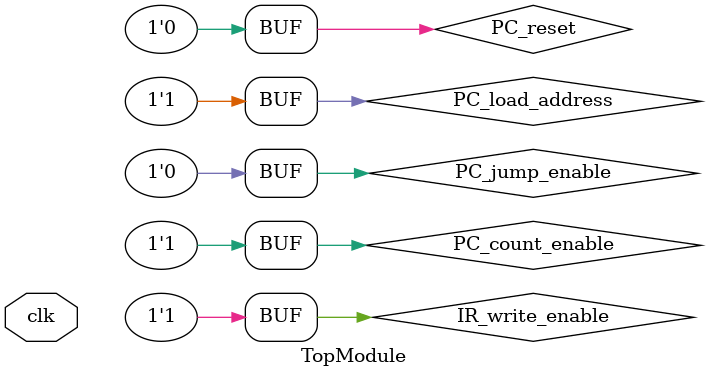
<source format=v>
`timescale 1ns / 1ps
module TopModule (clk);

// Top Module assembles all parts of processor together

parameter word_size = 16;
parameter high_impedance = 16'hzzzz;

/* Inputs */
// Clock regualtes working of all modules
input clk;

/* Main Buses */
// Buses responsible for primary data/address operations
wire [word_size-1 : 0] address_bus, data_bus, instruction_address, instruction_set;

/* Program Counter Wires */ 
wire [word_size-1 : 0] PC_jump_address;

reg PC_count_enable, PC_reset, PC_load_address, PC_jump_enable;

/* Memory Wires */
wire Memory_enable, Memory_write_enable;
wire [word_size-1 : 0] machine_code;

/* Instruction Register Wires */
reg IR_write_enable, IR_reset;
wire [word_size-1 : 0] pre_data;

/* ALU Wires */
wire carry, sign, zero, parity, equal, greater_than, ALU_reset, ALU_enable, ALU_mode;
wire [3 : 0] ALU_function;
wire [word_size-1 : 0] alu_1st_in, alu_R1_in;
wor [word_size-1 : 0] alu_2nd_in;

assign alu_2nd_in = alu_R1_in;
assign alu_2nd_in = data_bus; 

/* GPR Wires */
wire GPR_enable, GPR_alu2in_enable, GPR_acc_enable;
wire [2 : 0] GPR_mode, GPR_src_addr, GPR_dst_addr;
wire [word_size-1 : 0] GPR_acc_input;

/* Flag Register Wires */
wire FR_reset, parity_flag, equal_flag, greater_than_flag, sign_flag, zero_flag, carry_flag;

initial begin
	PC_reset = 1'b0;
	PC_jump_enable = 1'b0;
	PC_count_enable = 1'b1;
	PC_load_address = 1'b1;
	IR_write_enable = 1'b1;
end

/* Instantiation of modules */

ProgramCounter PC (.clk (clk), 
                   .count_enable (PC_count_enable), 
						 .reset (PC_reset), 
						 .load_address (PC_load_address), 
						 .jump_enable (PC_jump_enable), 
						 .jump_address (PC_jump_address), 
						 .address (instruction_address)
						 );
						 
Memory ProgramMemory (.clk (clk), 
                      .enable (1'b1), 
							 .write_enable (1'b0), 
							 .address (instruction_address), 
							 .data (machine_code)
							 );
							 
Memory DataMemory (.clk (clk), 
                   .enable (Memory_enable), 
					    .write_enable (Memory_write_enable), 
						 .address (address_bus), 
						 .data (data_bus)
						 );
	 
InstructionRegister IR (.clk (clk), 
                        .write_enable (IR_write_enable), 
								.reset (IR_reset), 
								.data_in (machine_code), 
								.data_out (instruction_set), 
								.pre_data_out (pre_data)
								);
								
ArithmeticLogicUnit ALU(.clk (clk), 
                        .enable (ALU_enable), 
								.reset (ALU_reset), 
								.in1 (alu_1st_in), 
								.in2 (alu_2nd_in), 
								.carry_in (carry_flag), 
								.mode (ALU_mode), 
								.func (ALU_function), 
                        .result (GPR_acc_input), 
								.carry_out (carry), 
								.sign (sign), 
								.zero (zero), 
								.parity (parity), 
								.equal (equal), 
								.greater_than (greater_than)
								); 
								
GeneralPurposeRegister GPR (.clk (clk), 
                            .enable (GPR_enable), 
									 .alu2in_enable (GPR_alu2in_enable), 
									 .acc_enable (GPR_acc_enable), 
									 .mode (GPR_mode), 
									 .src_addr (GPR_src_addr), 
									 .dst_addr (GPR_dst_addr), 
									 .acc_input (GPR_acc_input), 
									 .alu_1st_in (alu_1st_in), 
									 .alu_2nd_in (alu_R1_in), 
									 .data (data_bus)
									 );
								
FlagRegister FR (.clk (clk), 
                 .reset (FR_reset), 
					  .in ({parity, equal, greater_than, sign, zero, carry}), 
					  .out ({parity_flag, equal_flag, greater_than_flag, sign_flag, zero_flag, carry_flag})
					  );
					  
Decoder dec (.clk (clk), 
             .instruction (instruction_set), 
				 .pre_data (pre_data), 
				 .data (data_bus), 
				 .address (address_bus), 
				 .src_addr (GPR_src_addr), 
				 .dst_addr (GPR_dst_addr), 
				 .reg_enable (GPR_enable), 
				 .reg_mode (GPR_mode), 
				 .memory_enable (Memory_enable), 
				 .memory_write_enable (Memory_write_enable), 
				 .alu_enable (ALU_enable), 
				 .alu_reset (ALU_reset), 
				 .alu_mode (ALU_mode), 
				 .alu_function (ALU_function), 
				 .alu2in_enable (GPR_alu2in_enable), 
				 .gpr_acc_enable (GPR_acc_enable), 
				 .ir_reset (IR_reset), 
				 .pc_reset(PC_reset)
				 );

endmodule

</source>
